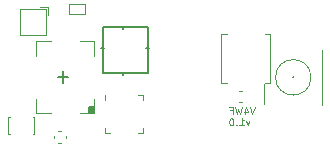
<source format=gbr>
%TF.GenerationSoftware,KiCad,Pcbnew,8.0.7*%
%TF.CreationDate,2025-01-03T20:06:20-08:00*%
%TF.ProjectId,Miniscope-v4-Wire-Free,4d696e69-7363-46f7-9065-2d76342d5769,rev?*%
%TF.SameCoordinates,Original*%
%TF.FileFunction,Legend,Bot*%
%TF.FilePolarity,Positive*%
%FSLAX46Y46*%
G04 Gerber Fmt 4.6, Leading zero omitted, Abs format (unit mm)*
G04 Created by KiCad (PCBNEW 8.0.7) date 2025-01-03 20:06:20*
%MOMM*%
%LPD*%
G01*
G04 APERTURE LIST*
%ADD10C,0.120000*%
%ADD11C,0.080000*%
%ADD12C,0.152400*%
%ADD13C,0.150000*%
%ADD14C,0.100000*%
G04 APERTURE END LIST*
D10*
X106000000Y-62150000D02*
X106000000Y-66850000D01*
X105100000Y-64500000D02*
G75*
G02*
X102100000Y-64500000I-1500000J0D01*
G01*
X102100000Y-64500000D02*
G75*
G02*
X105100000Y-64500000I1500000J0D01*
G01*
X101104200Y-65068400D02*
X101100000Y-66800000D01*
D11*
X100334086Y-67002028D02*
X100134086Y-67602028D01*
X100134086Y-67602028D02*
X99934086Y-67002028D01*
X99476943Y-67202028D02*
X99476943Y-67602028D01*
X99619800Y-66973457D02*
X99762657Y-67402028D01*
X99762657Y-67402028D02*
X99391228Y-67402028D01*
X99219799Y-67002028D02*
X99076942Y-67602028D01*
X99076942Y-67602028D02*
X98962656Y-67173457D01*
X98962656Y-67173457D02*
X98848371Y-67602028D01*
X98848371Y-67602028D02*
X98705514Y-67002028D01*
X98276942Y-67287742D02*
X98476942Y-67287742D01*
X98476942Y-67602028D02*
X98476942Y-67002028D01*
X98476942Y-67002028D02*
X98191228Y-67002028D01*
X99876942Y-68167994D02*
X99734085Y-68567994D01*
X99734085Y-68567994D02*
X99591228Y-68167994D01*
X99048371Y-68567994D02*
X99391228Y-68567994D01*
X99219799Y-68567994D02*
X99219799Y-67967994D01*
X99219799Y-67967994D02*
X99276942Y-68053708D01*
X99276942Y-68053708D02*
X99334085Y-68110851D01*
X99334085Y-68110851D02*
X99391228Y-68139423D01*
X98791227Y-68510851D02*
X98762656Y-68539423D01*
X98762656Y-68539423D02*
X98791227Y-68567994D01*
X98791227Y-68567994D02*
X98819799Y-68539423D01*
X98819799Y-68539423D02*
X98791227Y-68510851D01*
X98791227Y-68510851D02*
X98791227Y-68567994D01*
X98391228Y-67967994D02*
X98334085Y-67967994D01*
X98334085Y-67967994D02*
X98276942Y-67996565D01*
X98276942Y-67996565D02*
X98248371Y-68025137D01*
X98248371Y-68025137D02*
X98219799Y-68082280D01*
X98219799Y-68082280D02*
X98191228Y-68196565D01*
X98191228Y-68196565D02*
X98191228Y-68339423D01*
X98191228Y-68339423D02*
X98219799Y-68453708D01*
X98219799Y-68453708D02*
X98248371Y-68510851D01*
X98248371Y-68510851D02*
X98276942Y-68539423D01*
X98276942Y-68539423D02*
X98334085Y-68567994D01*
X98334085Y-68567994D02*
X98391228Y-68567994D01*
X98391228Y-68567994D02*
X98448371Y-68539423D01*
X98448371Y-68539423D02*
X98476942Y-68510851D01*
X98476942Y-68510851D02*
X98505513Y-68453708D01*
X98505513Y-68453708D02*
X98534085Y-68339423D01*
X98534085Y-68339423D02*
X98534085Y-68196565D01*
X98534085Y-68196565D02*
X98505513Y-68082280D01*
X98505513Y-68082280D02*
X98476942Y-68025137D01*
X98476942Y-68025137D02*
X98448371Y-67996565D01*
X98448371Y-67996565D02*
X98391228Y-67967994D01*
D12*
%TO.C,U6*%
X87489900Y-60255100D02*
X91274500Y-60255100D01*
X87489900Y-64141300D02*
X87489900Y-60255100D01*
X87611360Y-61998302D02*
X87362900Y-61998302D01*
X89182302Y-60382100D02*
X89182302Y-60128100D01*
X89182302Y-64014300D02*
X89182302Y-64268300D01*
X91153040Y-61998302D02*
X91401500Y-61998302D01*
X91274500Y-60255100D02*
X91274500Y-64141300D01*
X91274500Y-64141300D02*
X87489900Y-64141300D01*
D13*
%TO.C,D1*%
X103625000Y-64500000D02*
G75*
G02*
X103585000Y-64500000I-20000J0D01*
G01*
X103585000Y-64500000D02*
G75*
G02*
X103625000Y-64500000I20000J0D01*
G01*
D14*
%TO.C,C16*%
X99034000Y-65620200D02*
X99284000Y-65620200D01*
X99034000Y-66580200D02*
X99284000Y-66580200D01*
D10*
%TO.C,U8*%
X81826000Y-61419600D02*
X81826000Y-62654600D01*
X81826000Y-67559600D02*
X81826000Y-66324600D01*
X83061000Y-61419600D02*
X81826000Y-61419600D01*
X83061000Y-67559600D02*
X81826000Y-67559600D01*
D13*
X83696000Y-64489600D02*
X84496000Y-64489600D01*
X84121000Y-64989600D02*
X84121000Y-63989600D01*
D10*
X85531000Y-61419600D02*
X86766000Y-61419600D01*
X85531000Y-67559600D02*
X86766000Y-67559600D01*
X86766000Y-61419600D02*
X86766000Y-62654600D01*
X86766000Y-67559600D02*
X86766000Y-66324600D01*
D13*
X86746000Y-67539600D02*
X86296000Y-67539600D01*
X86296000Y-66989600D01*
X86746000Y-66989600D01*
X86746000Y-67539600D01*
G36*
X86746000Y-67539600D02*
G01*
X86296000Y-67539600D01*
X86296000Y-66989600D01*
X86746000Y-66989600D01*
X86746000Y-67539600D01*
G37*
D10*
%TO.C,U4*%
X80459000Y-58723300D02*
X80459000Y-60923300D01*
X80459000Y-60923300D02*
X82659000Y-60923300D01*
X82159000Y-58523300D02*
X82859000Y-58523300D01*
X82659000Y-58723300D02*
X80459000Y-58723300D01*
X82659000Y-60923300D02*
X82659000Y-58723300D01*
X82859000Y-58523300D02*
X82859000Y-59223300D01*
D14*
%TO.C,U9*%
X79488400Y-67885600D02*
X79598400Y-67885600D01*
X79488400Y-69285600D02*
X79488400Y-67885600D01*
X79598400Y-69285600D02*
X79488400Y-69285600D01*
X81538400Y-69285600D02*
X81648400Y-69285600D01*
X81648400Y-67885600D02*
X81538400Y-67885600D01*
X81648400Y-69285600D02*
X81648400Y-67885600D01*
%TO.C,U7*%
X83319600Y-69650800D02*
X83319600Y-69450800D01*
X83669600Y-69050800D02*
X83969600Y-69050800D01*
X83919600Y-70050800D02*
X83719600Y-70050800D01*
X84319600Y-69450800D02*
X84319600Y-69650800D01*
D10*
%TO.C,U1*%
X87670600Y-66461100D02*
X87670600Y-66011100D01*
X87670600Y-68781100D02*
X87670600Y-69231100D01*
X87670600Y-69231100D02*
X88120600Y-69231100D01*
X90890600Y-66011100D02*
X90440600Y-66011100D01*
X90890600Y-66461100D02*
X90890600Y-66011100D01*
X90890600Y-68781100D02*
X90890600Y-69231100D01*
X90890600Y-69231100D02*
X90440600Y-69231100D01*
D14*
%TO.C,U2*%
X97485400Y-60794400D02*
X97485400Y-64954400D01*
X97485400Y-64954400D02*
X97955400Y-64954400D01*
X97955400Y-60794400D02*
X97485400Y-60794400D01*
X101175400Y-60794400D02*
X101645400Y-60794400D01*
X101645400Y-60794400D02*
X101645400Y-64954400D01*
X101645400Y-64954400D02*
X101175400Y-64954400D01*
D10*
%TO.C,Q2*%
X84640600Y-58261000D02*
X84640600Y-59141000D01*
X84640600Y-59141000D02*
X85940600Y-59141000D01*
X85940600Y-58261000D02*
X84640600Y-58261000D01*
X85940600Y-59141000D02*
X85940600Y-58261000D01*
%TD*%
M02*

</source>
